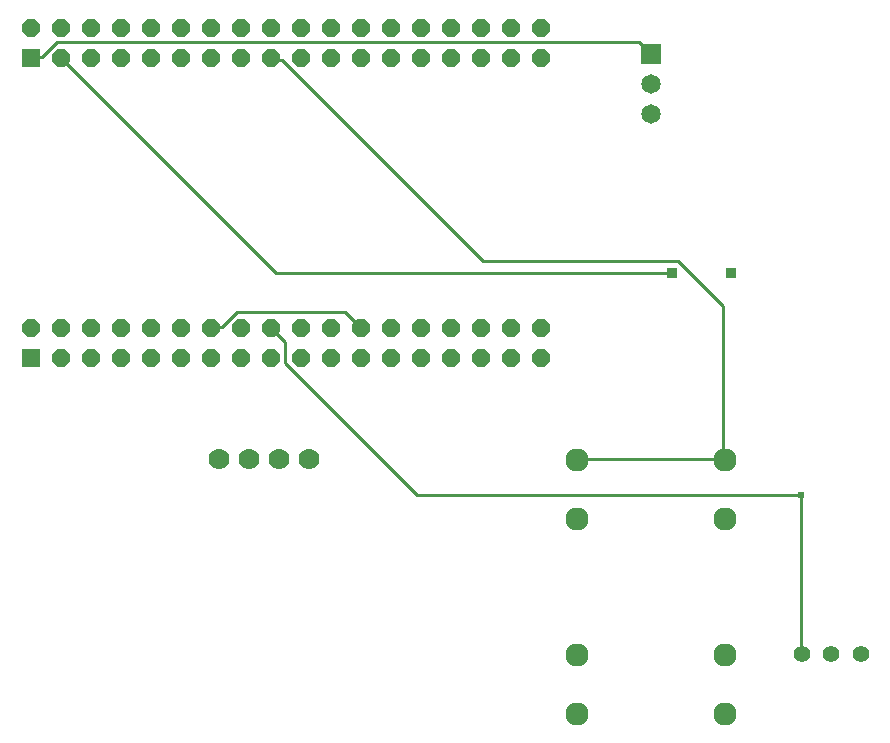
<source format=gbr>
G04 EAGLE Gerber RS-274X export*
G75*
%MOMM*%
%FSLAX34Y34*%
%LPD*%
%INBottom Copper*%
%IPPOS*%
%AMOC8*
5,1,8,0,0,1.08239X$1,22.5*%
G01*
%ADD10R,1.524000X1.524000*%
%ADD11P,1.649562X8X22.500000*%
%ADD12C,1.778000*%
%ADD13R,0.904800X0.904800*%
%ADD14C,1.400000*%
%ADD15C,1.960000*%
%ADD16R,1.651000X1.651000*%
%ADD17C,1.651000*%
%ADD18C,0.254000*%
%ADD19C,0.609600*%


D10*
X71800Y365500D03*
D11*
X71800Y390900D03*
X97200Y365500D03*
X97200Y390900D03*
X122600Y365500D03*
X122600Y390900D03*
X148000Y365500D03*
X148000Y390900D03*
X173400Y365500D03*
X173400Y390900D03*
X198800Y365500D03*
X198800Y390900D03*
X224200Y365500D03*
X224200Y390900D03*
X249600Y365500D03*
X249600Y390900D03*
X275000Y365500D03*
X275000Y390900D03*
X300400Y365500D03*
X300400Y390900D03*
X325800Y365500D03*
X325800Y390900D03*
X351200Y365500D03*
X351200Y390900D03*
X376600Y365500D03*
X376600Y390900D03*
X402000Y365500D03*
X402000Y390900D03*
X427400Y365500D03*
X427400Y390900D03*
X452800Y365500D03*
X452800Y390900D03*
X478200Y365500D03*
X478200Y390900D03*
X503600Y365500D03*
X503600Y390900D03*
D10*
X71800Y619500D03*
D11*
X71800Y644900D03*
X97200Y619500D03*
X97200Y644900D03*
X122600Y619500D03*
X122600Y644900D03*
X148000Y619500D03*
X148000Y644900D03*
X173400Y619500D03*
X173400Y644900D03*
X198800Y619500D03*
X198800Y644900D03*
X224200Y619500D03*
X224200Y644900D03*
X249600Y619500D03*
X249600Y644900D03*
X275000Y619500D03*
X275000Y644900D03*
X300400Y619500D03*
X300400Y644900D03*
X325800Y619500D03*
X325800Y644900D03*
X351200Y619500D03*
X351200Y644900D03*
X376600Y619500D03*
X376600Y644900D03*
X402000Y619500D03*
X402000Y644900D03*
X427400Y619500D03*
X427400Y644900D03*
X452800Y619500D03*
X452800Y644900D03*
X478200Y619500D03*
X478200Y644900D03*
X503600Y619500D03*
X503600Y644900D03*
D12*
X231140Y279400D03*
X256540Y279400D03*
X281940Y279400D03*
X307340Y279400D03*
D13*
X614600Y436800D03*
X664600Y436800D03*
D14*
X724300Y114300D03*
X749300Y114300D03*
X774300Y114300D03*
D15*
X659400Y113900D03*
X659400Y63900D03*
X534400Y63900D03*
X534400Y113900D03*
D16*
X596900Y622300D03*
D17*
X596900Y596900D03*
X596900Y571500D03*
D15*
X659400Y279000D03*
X659400Y229000D03*
X534400Y229000D03*
X534400Y279000D03*
D18*
X233680Y391160D02*
X226060Y391160D01*
X233680Y391160D02*
X246380Y403860D01*
X337820Y403860D01*
X350520Y391160D01*
X226060Y391160D02*
X224200Y390900D01*
X350520Y391160D02*
X351200Y390900D01*
X723900Y248920D02*
X723900Y114300D01*
X724300Y114300D01*
X723900Y248920D02*
X398780Y248920D01*
X287020Y360680D01*
X287020Y378460D01*
X276860Y388620D01*
X275000Y390900D01*
D19*
X723900Y248920D03*
D18*
X612140Y436880D02*
X279400Y436880D01*
X99060Y617220D01*
X612140Y436880D02*
X614600Y436800D01*
X99060Y617220D02*
X97200Y619500D01*
X81280Y619760D02*
X73660Y619760D01*
X81280Y619760D02*
X93980Y632460D01*
X586740Y632460D01*
X596900Y622300D01*
X73660Y619760D02*
X71800Y619500D01*
X276860Y617220D02*
X284480Y617220D01*
X454660Y447040D01*
X619760Y447040D01*
X657860Y408940D01*
X657860Y279400D01*
X276860Y617220D02*
X275000Y619500D01*
X535940Y279400D02*
X657860Y279400D01*
X535940Y279400D02*
X534400Y279000D01*
X657860Y279400D02*
X659400Y279000D01*
M02*

</source>
